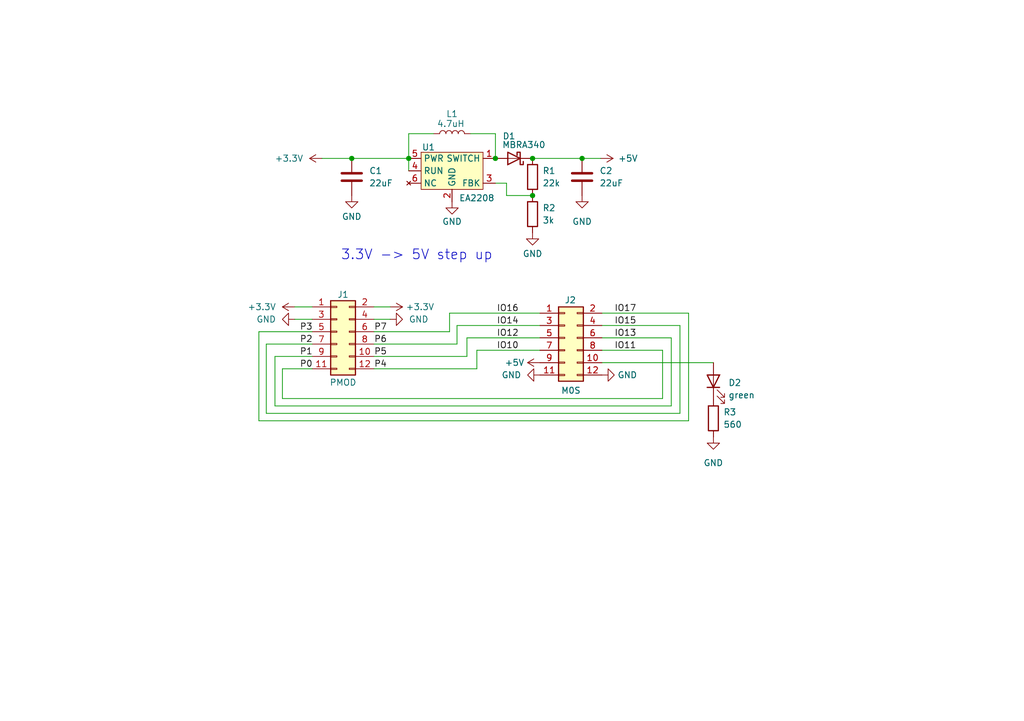
<source format=kicad_sch>
(kicad_sch (version 20230121) (generator eeschema)

  (uuid 485f69e7-2b37-47f8-af05-202440e85ee8)

  (paper "A5")

  (title_block
    (title "M0S DOCK PMOD")
    (date "2024-02-14")
    (rev "V1.0")
  )

  (lib_symbols
    (symbol "Connector_Generic:Conn_02x06_Odd_Even" (pin_names (offset 1.016) hide) (in_bom yes) (on_board yes)
      (property "Reference" "J" (at 1.27 7.62 0)
        (effects (font (size 1.27 1.27)))
      )
      (property "Value" "Conn_02x06_Odd_Even" (at 1.27 -10.16 0)
        (effects (font (size 1.27 1.27)))
      )
      (property "Footprint" "" (at 0 0 0)
        (effects (font (size 1.27 1.27)) hide)
      )
      (property "Datasheet" "~" (at 0 0 0)
        (effects (font (size 1.27 1.27)) hide)
      )
      (property "ki_keywords" "connector" (at 0 0 0)
        (effects (font (size 1.27 1.27)) hide)
      )
      (property "ki_description" "Generic connector, double row, 02x06, odd/even pin numbering scheme (row 1 odd numbers, row 2 even numbers), script generated (kicad-library-utils/schlib/autogen/connector/)" (at 0 0 0)
        (effects (font (size 1.27 1.27)) hide)
      )
      (property "ki_fp_filters" "Connector*:*_2x??_*" (at 0 0 0)
        (effects (font (size 1.27 1.27)) hide)
      )
      (symbol "Conn_02x06_Odd_Even_1_1"
        (rectangle (start -1.27 -7.493) (end 0 -7.747)
          (stroke (width 0.1524) (type default))
          (fill (type none))
        )
        (rectangle (start -1.27 -4.953) (end 0 -5.207)
          (stroke (width 0.1524) (type default))
          (fill (type none))
        )
        (rectangle (start -1.27 -2.413) (end 0 -2.667)
          (stroke (width 0.1524) (type default))
          (fill (type none))
        )
        (rectangle (start -1.27 0.127) (end 0 -0.127)
          (stroke (width 0.1524) (type default))
          (fill (type none))
        )
        (rectangle (start -1.27 2.667) (end 0 2.413)
          (stroke (width 0.1524) (type default))
          (fill (type none))
        )
        (rectangle (start -1.27 5.207) (end 0 4.953)
          (stroke (width 0.1524) (type default))
          (fill (type none))
        )
        (rectangle (start -1.27 6.35) (end 3.81 -8.89)
          (stroke (width 0.254) (type default))
          (fill (type background))
        )
        (rectangle (start 3.81 -7.493) (end 2.54 -7.747)
          (stroke (width 0.1524) (type default))
          (fill (type none))
        )
        (rectangle (start 3.81 -4.953) (end 2.54 -5.207)
          (stroke (width 0.1524) (type default))
          (fill (type none))
        )
        (rectangle (start 3.81 -2.413) (end 2.54 -2.667)
          (stroke (width 0.1524) (type default))
          (fill (type none))
        )
        (rectangle (start 3.81 0.127) (end 2.54 -0.127)
          (stroke (width 0.1524) (type default))
          (fill (type none))
        )
        (rectangle (start 3.81 2.667) (end 2.54 2.413)
          (stroke (width 0.1524) (type default))
          (fill (type none))
        )
        (rectangle (start 3.81 5.207) (end 2.54 4.953)
          (stroke (width 0.1524) (type default))
          (fill (type none))
        )
        (pin passive line (at -5.08 5.08 0) (length 3.81)
          (name "Pin_1" (effects (font (size 1.27 1.27))))
          (number "1" (effects (font (size 1.27 1.27))))
        )
        (pin passive line (at 7.62 -5.08 180) (length 3.81)
          (name "Pin_10" (effects (font (size 1.27 1.27))))
          (number "10" (effects (font (size 1.27 1.27))))
        )
        (pin passive line (at -5.08 -7.62 0) (length 3.81)
          (name "Pin_11" (effects (font (size 1.27 1.27))))
          (number "11" (effects (font (size 1.27 1.27))))
        )
        (pin passive line (at 7.62 -7.62 180) (length 3.81)
          (name "Pin_12" (effects (font (size 1.27 1.27))))
          (number "12" (effects (font (size 1.27 1.27))))
        )
        (pin passive line (at 7.62 5.08 180) (length 3.81)
          (name "Pin_2" (effects (font (size 1.27 1.27))))
          (number "2" (effects (font (size 1.27 1.27))))
        )
        (pin passive line (at -5.08 2.54 0) (length 3.81)
          (name "Pin_3" (effects (font (size 1.27 1.27))))
          (number "3" (effects (font (size 1.27 1.27))))
        )
        (pin passive line (at 7.62 2.54 180) (length 3.81)
          (name "Pin_4" (effects (font (size 1.27 1.27))))
          (number "4" (effects (font (size 1.27 1.27))))
        )
        (pin passive line (at -5.08 0 0) (length 3.81)
          (name "Pin_5" (effects (font (size 1.27 1.27))))
          (number "5" (effects (font (size 1.27 1.27))))
        )
        (pin passive line (at 7.62 0 180) (length 3.81)
          (name "Pin_6" (effects (font (size 1.27 1.27))))
          (number "6" (effects (font (size 1.27 1.27))))
        )
        (pin passive line (at -5.08 -2.54 0) (length 3.81)
          (name "Pin_7" (effects (font (size 1.27 1.27))))
          (number "7" (effects (font (size 1.27 1.27))))
        )
        (pin passive line (at 7.62 -2.54 180) (length 3.81)
          (name "Pin_8" (effects (font (size 1.27 1.27))))
          (number "8" (effects (font (size 1.27 1.27))))
        )
        (pin passive line (at -5.08 -5.08 0) (length 3.81)
          (name "Pin_9" (effects (font (size 1.27 1.27))))
          (number "9" (effects (font (size 1.27 1.27))))
        )
      )
    )
    (symbol "Device:C" (pin_numbers hide) (pin_names (offset 0.254)) (in_bom yes) (on_board yes)
      (property "Reference" "C" (at 0.635 2.54 0)
        (effects (font (size 1.27 1.27)) (justify left))
      )
      (property "Value" "C" (at 0.635 -2.54 0)
        (effects (font (size 1.27 1.27)) (justify left))
      )
      (property "Footprint" "" (at 0.9652 -3.81 0)
        (effects (font (size 1.27 1.27)) hide)
      )
      (property "Datasheet" "~" (at 0 0 0)
        (effects (font (size 1.27 1.27)) hide)
      )
      (property "ki_keywords" "cap capacitor" (at 0 0 0)
        (effects (font (size 1.27 1.27)) hide)
      )
      (property "ki_description" "Unpolarized capacitor" (at 0 0 0)
        (effects (font (size 1.27 1.27)) hide)
      )
      (property "ki_fp_filters" "C_*" (at 0 0 0)
        (effects (font (size 1.27 1.27)) hide)
      )
      (symbol "C_0_1"
        (polyline
          (pts
            (xy -2.032 -0.762)
            (xy 2.032 -0.762)
          )
          (stroke (width 0.508) (type default))
          (fill (type none))
        )
        (polyline
          (pts
            (xy -2.032 0.762)
            (xy 2.032 0.762)
          )
          (stroke (width 0.508) (type default))
          (fill (type none))
        )
      )
      (symbol "C_1_1"
        (pin passive line (at 0 3.81 270) (length 2.794)
          (name "~" (effects (font (size 1.27 1.27))))
          (number "1" (effects (font (size 1.27 1.27))))
        )
        (pin passive line (at 0 -3.81 90) (length 2.794)
          (name "~" (effects (font (size 1.27 1.27))))
          (number "2" (effects (font (size 1.27 1.27))))
        )
      )
    )
    (symbol "Device:L" (pin_numbers hide) (pin_names (offset 1.016) hide) (in_bom yes) (on_board yes)
      (property "Reference" "L" (at -1.27 0 90)
        (effects (font (size 1.27 1.27)))
      )
      (property "Value" "L" (at 1.905 0 90)
        (effects (font (size 1.27 1.27)))
      )
      (property "Footprint" "" (at 0 0 0)
        (effects (font (size 1.27 1.27)) hide)
      )
      (property "Datasheet" "~" (at 0 0 0)
        (effects (font (size 1.27 1.27)) hide)
      )
      (property "ki_keywords" "inductor choke coil reactor magnetic" (at 0 0 0)
        (effects (font (size 1.27 1.27)) hide)
      )
      (property "ki_description" "Inductor" (at 0 0 0)
        (effects (font (size 1.27 1.27)) hide)
      )
      (property "ki_fp_filters" "Choke_* *Coil* Inductor_* L_*" (at 0 0 0)
        (effects (font (size 1.27 1.27)) hide)
      )
      (symbol "L_0_1"
        (arc (start 0 -2.54) (mid 0.6323 -1.905) (end 0 -1.27)
          (stroke (width 0) (type default))
          (fill (type none))
        )
        (arc (start 0 -1.27) (mid 0.6323 -0.635) (end 0 0)
          (stroke (width 0) (type default))
          (fill (type none))
        )
        (arc (start 0 0) (mid 0.6323 0.635) (end 0 1.27)
          (stroke (width 0) (type default))
          (fill (type none))
        )
        (arc (start 0 1.27) (mid 0.6323 1.905) (end 0 2.54)
          (stroke (width 0) (type default))
          (fill (type none))
        )
      )
      (symbol "L_1_1"
        (pin passive line (at 0 3.81 270) (length 1.27)
          (name "1" (effects (font (size 1.27 1.27))))
          (number "1" (effects (font (size 1.27 1.27))))
        )
        (pin passive line (at 0 -3.81 90) (length 1.27)
          (name "2" (effects (font (size 1.27 1.27))))
          (number "2" (effects (font (size 1.27 1.27))))
        )
      )
    )
    (symbol "Device:LED" (pin_numbers hide) (pin_names (offset 1.016) hide) (in_bom yes) (on_board yes)
      (property "Reference" "D" (at 0 2.54 0)
        (effects (font (size 1.27 1.27)))
      )
      (property "Value" "LED" (at 0 -2.54 0)
        (effects (font (size 1.27 1.27)))
      )
      (property "Footprint" "" (at 0 0 0)
        (effects (font (size 1.27 1.27)) hide)
      )
      (property "Datasheet" "~" (at 0 0 0)
        (effects (font (size 1.27 1.27)) hide)
      )
      (property "ki_keywords" "LED diode" (at 0 0 0)
        (effects (font (size 1.27 1.27)) hide)
      )
      (property "ki_description" "Light emitting diode" (at 0 0 0)
        (effects (font (size 1.27 1.27)) hide)
      )
      (property "ki_fp_filters" "LED* LED_SMD:* LED_THT:*" (at 0 0 0)
        (effects (font (size 1.27 1.27)) hide)
      )
      (symbol "LED_0_1"
        (polyline
          (pts
            (xy -1.27 -1.27)
            (xy -1.27 1.27)
          )
          (stroke (width 0.254) (type default))
          (fill (type none))
        )
        (polyline
          (pts
            (xy -1.27 0)
            (xy 1.27 0)
          )
          (stroke (width 0) (type default))
          (fill (type none))
        )
        (polyline
          (pts
            (xy 1.27 -1.27)
            (xy 1.27 1.27)
            (xy -1.27 0)
            (xy 1.27 -1.27)
          )
          (stroke (width 0.254) (type default))
          (fill (type none))
        )
        (polyline
          (pts
            (xy -3.048 -0.762)
            (xy -4.572 -2.286)
            (xy -3.81 -2.286)
            (xy -4.572 -2.286)
            (xy -4.572 -1.524)
          )
          (stroke (width 0) (type default))
          (fill (type none))
        )
        (polyline
          (pts
            (xy -1.778 -0.762)
            (xy -3.302 -2.286)
            (xy -2.54 -2.286)
            (xy -3.302 -2.286)
            (xy -3.302 -1.524)
          )
          (stroke (width 0) (type default))
          (fill (type none))
        )
      )
      (symbol "LED_1_1"
        (pin passive line (at -3.81 0 0) (length 2.54)
          (name "K" (effects (font (size 1.27 1.27))))
          (number "1" (effects (font (size 1.27 1.27))))
        )
        (pin passive line (at 3.81 0 180) (length 2.54)
          (name "A" (effects (font (size 1.27 1.27))))
          (number "2" (effects (font (size 1.27 1.27))))
        )
      )
    )
    (symbol "Device:R" (pin_numbers hide) (pin_names (offset 0)) (in_bom yes) (on_board yes)
      (property "Reference" "R" (at 2.032 0 90)
        (effects (font (size 1.27 1.27)))
      )
      (property "Value" "R" (at 0 0 90)
        (effects (font (size 1.27 1.27)))
      )
      (property "Footprint" "" (at -1.778 0 90)
        (effects (font (size 1.27 1.27)) hide)
      )
      (property "Datasheet" "~" (at 0 0 0)
        (effects (font (size 1.27 1.27)) hide)
      )
      (property "ki_keywords" "R res resistor" (at 0 0 0)
        (effects (font (size 1.27 1.27)) hide)
      )
      (property "ki_description" "Resistor" (at 0 0 0)
        (effects (font (size 1.27 1.27)) hide)
      )
      (property "ki_fp_filters" "R_*" (at 0 0 0)
        (effects (font (size 1.27 1.27)) hide)
      )
      (symbol "R_0_1"
        (rectangle (start -1.016 -2.54) (end 1.016 2.54)
          (stroke (width 0.254) (type default))
          (fill (type none))
        )
      )
      (symbol "R_1_1"
        (pin passive line (at 0 3.81 270) (length 1.27)
          (name "~" (effects (font (size 1.27 1.27))))
          (number "1" (effects (font (size 1.27 1.27))))
        )
        (pin passive line (at 0 -3.81 90) (length 1.27)
          (name "~" (effects (font (size 1.27 1.27))))
          (number "2" (effects (font (size 1.27 1.27))))
        )
      )
    )
    (symbol "Diode:MBRA340" (pin_numbers hide) (pin_names hide) (in_bom yes) (on_board yes)
      (property "Reference" "D" (at 0 2.54 0)
        (effects (font (size 1.27 1.27)))
      )
      (property "Value" "MBRA340" (at 0 -2.54 0)
        (effects (font (size 1.27 1.27)))
      )
      (property "Footprint" "Diode_SMD:D_SMA" (at 0 -4.445 0)
        (effects (font (size 1.27 1.27)) hide)
      )
      (property "Datasheet" "https://www.onsemi.com/pub/Collateral/MBRA340T3-D.PDF" (at 0 0 0)
        (effects (font (size 1.27 1.27)) hide)
      )
      (property "ki_keywords" "diode Schottky" (at 0 0 0)
        (effects (font (size 1.27 1.27)) hide)
      )
      (property "ki_description" "40V 3A Schottky Barrier Rectifier Diode, SMA(DO-214AC)" (at 0 0 0)
        (effects (font (size 1.27 1.27)) hide)
      )
      (property "ki_fp_filters" "D*SMA*" (at 0 0 0)
        (effects (font (size 1.27 1.27)) hide)
      )
      (symbol "MBRA340_0_1"
        (polyline
          (pts
            (xy 1.27 0)
            (xy -1.27 0)
          )
          (stroke (width 0) (type default))
          (fill (type none))
        )
        (polyline
          (pts
            (xy 1.27 1.27)
            (xy 1.27 -1.27)
            (xy -1.27 0)
            (xy 1.27 1.27)
          )
          (stroke (width 0.254) (type default))
          (fill (type none))
        )
        (polyline
          (pts
            (xy -1.905 0.635)
            (xy -1.905 1.27)
            (xy -1.27 1.27)
            (xy -1.27 -1.27)
            (xy -0.635 -1.27)
            (xy -0.635 -0.635)
          )
          (stroke (width 0.254) (type default))
          (fill (type none))
        )
      )
      (symbol "MBRA340_1_1"
        (pin passive line (at -3.81 0 0) (length 2.54)
          (name "K" (effects (font (size 1.27 1.27))))
          (number "1" (effects (font (size 1.27 1.27))))
        )
        (pin passive line (at 3.81 0 180) (length 2.54)
          (name "A" (effects (font (size 1.27 1.27))))
          (number "2" (effects (font (size 1.27 1.27))))
        )
      )
    )
    (symbol "ea2208:ea2208" (in_bom yes) (on_board yes)
      (property "Reference" "U" (at 0 5.08 0)
        (effects (font (size 1.27 1.27)))
      )
      (property "Value" "" (at -17.78 12.7 0)
        (effects (font (size 1.27 1.27)))
      )
      (property "Footprint" "" (at -17.78 12.7 0)
        (effects (font (size 1.27 1.27)) hide)
      )
      (property "Datasheet" "" (at -17.78 12.7 0)
        (effects (font (size 1.27 1.27)) hide)
      )
      (symbol "ea2208_1_1"
        (rectangle (start -6.35 3.81) (end 6.35 -3.81)
          (stroke (width 0) (type default))
          (fill (type background))
        )
        (pin power_out line (at 8.89 2.54 180) (length 2.54)
          (name "SWITCH" (effects (font (size 1.27 1.27))))
          (number "1" (effects (font (size 1.27 1.27))))
        )
        (pin power_in line (at 0 -6.35 90) (length 2.54)
          (name "GND" (effects (font (size 1.27 1.27))))
          (number "2" (effects (font (size 1.27 1.27))))
        )
        (pin input line (at 8.89 -2.54 180) (length 2.54)
          (name "FBK" (effects (font (size 1.27 1.27))))
          (number "3" (effects (font (size 1.27 1.27))))
        )
        (pin input line (at -8.89 0 0) (length 2.54)
          (name "RUN" (effects (font (size 1.27 1.27))))
          (number "4" (effects (font (size 1.27 1.27))))
        )
        (pin power_in line (at -8.89 2.54 0) (length 2.54)
          (name "PWR" (effects (font (size 1.27 1.27))))
          (number "5" (effects (font (size 1.27 1.27))))
        )
        (pin no_connect line (at -8.89 -2.54 0) (length 2.54)
          (name "NC" (effects (font (size 1.27 1.27))))
          (number "6" (effects (font (size 1.27 1.27))))
        )
      )
    )
    (symbol "power:+3.3V" (power) (pin_names (offset 0)) (in_bom yes) (on_board yes)
      (property "Reference" "#PWR" (at 0 -3.81 0)
        (effects (font (size 1.27 1.27)) hide)
      )
      (property "Value" "+3.3V" (at 0 3.556 0)
        (effects (font (size 1.27 1.27)))
      )
      (property "Footprint" "" (at 0 0 0)
        (effects (font (size 1.27 1.27)) hide)
      )
      (property "Datasheet" "" (at 0 0 0)
        (effects (font (size 1.27 1.27)) hide)
      )
      (property "ki_keywords" "global power" (at 0 0 0)
        (effects (font (size 1.27 1.27)) hide)
      )
      (property "ki_description" "Power symbol creates a global label with name \"+3.3V\"" (at 0 0 0)
        (effects (font (size 1.27 1.27)) hide)
      )
      (symbol "+3.3V_0_1"
        (polyline
          (pts
            (xy -0.762 1.27)
            (xy 0 2.54)
          )
          (stroke (width 0) (type default))
          (fill (type none))
        )
        (polyline
          (pts
            (xy 0 0)
            (xy 0 2.54)
          )
          (stroke (width 0) (type default))
          (fill (type none))
        )
        (polyline
          (pts
            (xy 0 2.54)
            (xy 0.762 1.27)
          )
          (stroke (width 0) (type default))
          (fill (type none))
        )
      )
      (symbol "+3.3V_1_1"
        (pin power_in line (at 0 0 90) (length 0) hide
          (name "+3.3V" (effects (font (size 1.27 1.27))))
          (number "1" (effects (font (size 1.27 1.27))))
        )
      )
    )
    (symbol "power:+5V" (power) (pin_names (offset 0)) (in_bom yes) (on_board yes)
      (property "Reference" "#PWR" (at 0 -3.81 0)
        (effects (font (size 1.27 1.27)) hide)
      )
      (property "Value" "+5V" (at 0 3.556 0)
        (effects (font (size 1.27 1.27)))
      )
      (property "Footprint" "" (at 0 0 0)
        (effects (font (size 1.27 1.27)) hide)
      )
      (property "Datasheet" "" (at 0 0 0)
        (effects (font (size 1.27 1.27)) hide)
      )
      (property "ki_keywords" "global power" (at 0 0 0)
        (effects (font (size 1.27 1.27)) hide)
      )
      (property "ki_description" "Power symbol creates a global label with name \"+5V\"" (at 0 0 0)
        (effects (font (size 1.27 1.27)) hide)
      )
      (symbol "+5V_0_1"
        (polyline
          (pts
            (xy -0.762 1.27)
            (xy 0 2.54)
          )
          (stroke (width 0) (type default))
          (fill (type none))
        )
        (polyline
          (pts
            (xy 0 0)
            (xy 0 2.54)
          )
          (stroke (width 0) (type default))
          (fill (type none))
        )
        (polyline
          (pts
            (xy 0 2.54)
            (xy 0.762 1.27)
          )
          (stroke (width 0) (type default))
          (fill (type none))
        )
      )
      (symbol "+5V_1_1"
        (pin power_in line (at 0 0 90) (length 0) hide
          (name "+5V" (effects (font (size 1.27 1.27))))
          (number "1" (effects (font (size 1.27 1.27))))
        )
      )
    )
    (symbol "power:GND" (power) (pin_names (offset 0)) (in_bom yes) (on_board yes)
      (property "Reference" "#PWR" (at 0 -6.35 0)
        (effects (font (size 1.27 1.27)) hide)
      )
      (property "Value" "GND" (at 0 -3.81 0)
        (effects (font (size 1.27 1.27)))
      )
      (property "Footprint" "" (at 0 0 0)
        (effects (font (size 1.27 1.27)) hide)
      )
      (property "Datasheet" "" (at 0 0 0)
        (effects (font (size 1.27 1.27)) hide)
      )
      (property "ki_keywords" "global power" (at 0 0 0)
        (effects (font (size 1.27 1.27)) hide)
      )
      (property "ki_description" "Power symbol creates a global label with name \"GND\" , ground" (at 0 0 0)
        (effects (font (size 1.27 1.27)) hide)
      )
      (symbol "GND_0_1"
        (polyline
          (pts
            (xy 0 0)
            (xy 0 -1.27)
            (xy 1.27 -1.27)
            (xy 0 -2.54)
            (xy -1.27 -1.27)
            (xy 0 -1.27)
          )
          (stroke (width 0) (type default))
          (fill (type none))
        )
      )
      (symbol "GND_1_1"
        (pin power_in line (at 0 0 270) (length 0) hide
          (name "GND" (effects (font (size 1.27 1.27))))
          (number "1" (effects (font (size 1.27 1.27))))
        )
      )
    )
  )

  (junction (at 109.22 40.132) (diameter 0) (color 0 0 0 0)
    (uuid 1e992e19-800a-4323-b199-ca453c856990)
  )
  (junction (at 101.6 32.512) (diameter 0) (color 0 0 0 0)
    (uuid 2847e500-a841-44cd-a755-286f4fecb00d)
  )
  (junction (at 109.22 32.512) (diameter 0) (color 0 0 0 0)
    (uuid 781e9a07-d54b-4a15-b454-ba3622bb27f9)
  )
  (junction (at 83.82 32.512) (diameter 0) (color 0 0 0 0)
    (uuid ae6bf8cf-d329-4f5d-a7b2-ce535d8b9cb6)
  )
  (junction (at 72.136 32.512) (diameter 0) (color 0 0 0 0)
    (uuid aef249da-227f-465f-a6d6-5216c7744095)
  )
  (junction (at 119.38 32.512) (diameter 0) (color 0 0 0 0)
    (uuid b713525d-4a2c-4d50-90e5-642b1aca9a63)
  )

  (wire (pts (xy 95.758 69.342) (xy 110.744 69.342))
    (stroke (width 0) (type default))
    (uuid 0517a8f5-09a1-4763-b4ad-e0d988ad9ae9)
  )
  (wire (pts (xy 57.912 81.788) (xy 57.912 75.692))
    (stroke (width 0) (type default))
    (uuid 1a6f6fe7-c8a2-4181-a44d-967ce9086116)
  )
  (wire (pts (xy 76.708 70.612) (xy 93.726 70.612))
    (stroke (width 0) (type default))
    (uuid 25912729-775f-4486-903d-2df684254e33)
  )
  (wire (pts (xy 137.668 69.342) (xy 137.668 83.312))
    (stroke (width 0) (type default))
    (uuid 2649ec37-669f-4fa6-b3fe-9c4962499b2c)
  )
  (wire (pts (xy 57.912 75.692) (xy 64.008 75.692))
    (stroke (width 0) (type default))
    (uuid 2b2ae979-21f9-4e62-aeed-f2e0f4ad5348)
  )
  (wire (pts (xy 66.04 32.512) (xy 72.136 32.512))
    (stroke (width 0) (type default))
    (uuid 2c0849bf-5f5e-4ead-90fa-9543fea417f9)
  )
  (wire (pts (xy 60.452 65.532) (xy 64.008 65.532))
    (stroke (width 0) (type default))
    (uuid 2d71e591-f11c-4a83-bfff-79841776c5ae)
  )
  (wire (pts (xy 92.202 64.262) (xy 110.744 64.262))
    (stroke (width 0) (type default))
    (uuid 2dd79adb-038d-4796-be6e-91252cf6d3c9)
  )
  (wire (pts (xy 109.22 32.512) (xy 119.38 32.512))
    (stroke (width 0) (type default))
    (uuid 2eaef4ed-9499-481b-a371-833874068b8a)
  )
  (wire (pts (xy 139.446 66.802) (xy 139.446 84.836))
    (stroke (width 0) (type default))
    (uuid 37d7357d-1eae-41b5-854b-64b34137e55e)
  )
  (wire (pts (xy 135.89 81.788) (xy 57.912 81.788))
    (stroke (width 0) (type default))
    (uuid 48d8803e-f730-4076-b021-69bb8b7f0c4b)
  )
  (wire (pts (xy 97.79 75.692) (xy 97.79 71.882))
    (stroke (width 0) (type default))
    (uuid 4f13870d-6396-40eb-bd91-942b1defa1e2)
  )
  (wire (pts (xy 83.82 32.512) (xy 83.82 35.052))
    (stroke (width 0) (type default))
    (uuid 522fdf81-1a97-43e5-87af-af6891199406)
  )
  (wire (pts (xy 76.708 68.072) (xy 92.202 68.072))
    (stroke (width 0) (type default))
    (uuid 57e5e21c-8f4d-40c8-8d9b-8ef21b2d70ff)
  )
  (wire (pts (xy 135.89 71.882) (xy 135.89 81.788))
    (stroke (width 0) (type default))
    (uuid 5a8c8a22-9f2a-487c-affe-913187c0a9e0)
  )
  (wire (pts (xy 54.61 70.612) (xy 64.008 70.612))
    (stroke (width 0) (type default))
    (uuid 6c4494d2-f39c-45f8-9905-3471025a0d7b)
  )
  (wire (pts (xy 93.726 66.802) (xy 110.744 66.802))
    (stroke (width 0) (type default))
    (uuid 6d43f359-c34c-4645-af0c-a120c94f1af7)
  )
  (wire (pts (xy 137.668 83.312) (xy 56.388 83.312))
    (stroke (width 0) (type default))
    (uuid 7987711f-1fb6-4295-acac-9b5b9677b377)
  )
  (wire (pts (xy 141.224 86.36) (xy 53.086 86.36))
    (stroke (width 0) (type default))
    (uuid 7c733ccc-640d-4c49-8d58-07f189c41506)
  )
  (wire (pts (xy 139.446 84.836) (xy 54.61 84.836))
    (stroke (width 0) (type default))
    (uuid 7f9a1488-cd2f-4bde-ae3c-a4297c791777)
  )
  (wire (pts (xy 56.388 83.312) (xy 56.388 73.152))
    (stroke (width 0) (type default))
    (uuid 802bd845-9bc6-46f3-959c-0cf2b63fc036)
  )
  (wire (pts (xy 119.38 32.512) (xy 123.19 32.512))
    (stroke (width 0) (type default))
    (uuid 8156f9ed-515d-4e3b-b71e-690368051c1d)
  )
  (wire (pts (xy 72.136 32.512) (xy 83.82 32.512))
    (stroke (width 0) (type default))
    (uuid 84b5a18b-3fd7-495f-92de-be6885aa8aa3)
  )
  (wire (pts (xy 123.444 64.262) (xy 141.224 64.262))
    (stroke (width 0) (type default))
    (uuid 84ee5f12-e705-44b9-a009-e22d6f461308)
  )
  (wire (pts (xy 80.01 65.532) (xy 76.708 65.532))
    (stroke (width 0) (type default))
    (uuid 8eca16b5-a94e-4d7b-a907-7056fcb7d918)
  )
  (wire (pts (xy 56.388 73.152) (xy 64.008 73.152))
    (stroke (width 0) (type default))
    (uuid 95275693-c95d-4c44-94e2-de44ce30427f)
  )
  (wire (pts (xy 103.886 40.132) (xy 109.22 40.132))
    (stroke (width 0) (type default))
    (uuid 9f3c75e4-f669-4f87-af3f-b7b46da6b504)
  )
  (wire (pts (xy 76.708 73.152) (xy 95.758 73.152))
    (stroke (width 0) (type default))
    (uuid 9f484aec-4ca4-467e-83d6-8e922fe568ae)
  )
  (wire (pts (xy 123.444 69.342) (xy 137.668 69.342))
    (stroke (width 0) (type default))
    (uuid 9fff7a6d-0b48-4e7f-ae22-e0fd58695caf)
  )
  (wire (pts (xy 123.444 66.802) (xy 139.446 66.802))
    (stroke (width 0) (type default))
    (uuid a6b7e796-a132-4cda-b238-75938eb27f7d)
  )
  (wire (pts (xy 96.52 27.432) (xy 101.6 27.432))
    (stroke (width 0) (type default))
    (uuid b32adbd1-4f12-4a34-b025-6b4f21478de0)
  )
  (wire (pts (xy 83.82 27.432) (xy 83.82 32.512))
    (stroke (width 0) (type default))
    (uuid b435c56c-e927-41b3-bbdf-461215a655b4)
  )
  (wire (pts (xy 92.202 68.072) (xy 92.202 64.262))
    (stroke (width 0) (type default))
    (uuid ba464401-3474-4e32-8165-758ccd51d072)
  )
  (wire (pts (xy 141.224 64.262) (xy 141.224 86.36))
    (stroke (width 0) (type default))
    (uuid d14df398-50b3-48f5-84c8-7227ced68713)
  )
  (wire (pts (xy 103.886 37.592) (xy 103.886 40.132))
    (stroke (width 0) (type default))
    (uuid d1642187-646f-49ee-87bf-e39f65a3773c)
  )
  (wire (pts (xy 80.01 62.992) (xy 76.708 62.992))
    (stroke (width 0) (type default))
    (uuid d649f287-6431-494e-887a-af7264890217)
  )
  (wire (pts (xy 95.758 73.152) (xy 95.758 69.342))
    (stroke (width 0) (type default))
    (uuid d64f9f98-7516-469e-84db-0e5357675ed8)
  )
  (wire (pts (xy 54.61 84.836) (xy 54.61 70.612))
    (stroke (width 0) (type default))
    (uuid d91b73d3-d34a-45ec-a260-03373cb5d41b)
  )
  (wire (pts (xy 53.086 86.36) (xy 53.086 68.072))
    (stroke (width 0) (type default))
    (uuid e0192510-1b2e-442a-be50-392312c00a6b)
  )
  (wire (pts (xy 101.6 27.432) (xy 101.6 32.512))
    (stroke (width 0) (type default))
    (uuid e208be5f-a6df-44de-8377-ac686c963163)
  )
  (wire (pts (xy 53.086 68.072) (xy 64.008 68.072))
    (stroke (width 0) (type default))
    (uuid e59d0bb3-0216-452d-aefe-79b11ce0a8d2)
  )
  (wire (pts (xy 101.6 37.592) (xy 103.886 37.592))
    (stroke (width 0) (type default))
    (uuid ed7377ca-11ff-49ea-9f59-e586a9a22866)
  )
  (wire (pts (xy 60.452 62.992) (xy 64.008 62.992))
    (stroke (width 0) (type default))
    (uuid eef0ee2e-8151-4593-bd26-8886002d3970)
  )
  (wire (pts (xy 97.79 71.882) (xy 110.744 71.882))
    (stroke (width 0) (type default))
    (uuid f0d57903-eef3-4d05-a2a1-04b623129ffe)
  )
  (wire (pts (xy 88.9 27.432) (xy 83.82 27.432))
    (stroke (width 0) (type default))
    (uuid f285784c-ff63-4a94-9e4f-fb53f9fc4189)
  )
  (wire (pts (xy 93.726 70.612) (xy 93.726 66.802))
    (stroke (width 0) (type default))
    (uuid f597a6f3-b584-4844-92df-1cbb804710e0)
  )
  (wire (pts (xy 76.708 75.692) (xy 97.79 75.692))
    (stroke (width 0) (type default))
    (uuid f5dd219b-9afe-4c09-8f05-a541a04487f7)
  )
  (wire (pts (xy 123.444 74.422) (xy 146.304 74.422))
    (stroke (width 0) (type default))
    (uuid f5edc457-9e8e-4b03-9b2a-b4bd2b05b1c5)
  )
  (wire (pts (xy 123.444 71.882) (xy 135.89 71.882))
    (stroke (width 0) (type default))
    (uuid fae8cd8d-b321-465e-9b32-26e068c2d50a)
  )

  (text "3.3V -> 5V step up" (at 69.85 53.594 0)
    (effects (font (size 2 2)) (justify left bottom))
    (uuid eae26b28-07b2-499e-a859-b46e7cdd11b5)
  )

  (label "IO14" (at 101.854 66.802 0) (fields_autoplaced)
    (effects (font (size 1.27 1.27)) (justify left bottom))
    (uuid 0139b704-dbf2-4dd6-b59a-edeadb7698a9)
  )
  (label "IO11" (at 125.984 71.882 0) (fields_autoplaced)
    (effects (font (size 1.27 1.27)) (justify left bottom))
    (uuid 12dfd314-de52-4fe4-9a44-9f6fdf983179)
  )
  (label "P0" (at 61.468 75.692 0) (fields_autoplaced)
    (effects (font (size 1.27 1.27)) (justify left bottom))
    (uuid 1531fc28-5ea5-4c78-b327-e50e2fca34fd)
  )
  (label "P1" (at 61.468 73.152 0) (fields_autoplaced)
    (effects (font (size 1.27 1.27)) (justify left bottom))
    (uuid 1c6ab633-949e-4e87-b60f-8b0703bc3ced)
  )
  (label "P3" (at 61.468 68.072 0) (fields_autoplaced)
    (effects (font (size 1.27 1.27)) (justify left bottom))
    (uuid 244a8dde-21b8-466e-8027-60937973a76e)
  )
  (label "IO16" (at 101.854 64.262 0) (fields_autoplaced)
    (effects (font (size 1.27 1.27)) (justify left bottom))
    (uuid 2f88cb77-773c-43c0-8b9a-2e7625b3307a)
  )
  (label "P7" (at 76.708 68.072 0) (fields_autoplaced)
    (effects (font (size 1.27 1.27)) (justify left bottom))
    (uuid 349a97ae-b09b-4f44-b430-52eb9b07284c)
  )
  (label "P4" (at 76.708 75.692 0) (fields_autoplaced)
    (effects (font (size 1.27 1.27)) (justify left bottom))
    (uuid 58d95deb-9d0c-4dc4-ae01-6c3aa3e53460)
  )
  (label "P6" (at 76.708 70.612 0) (fields_autoplaced)
    (effects (font (size 1.27 1.27)) (justify left bottom))
    (uuid 980dc1a2-9c26-48e2-b5bc-ae1e659ef4e9)
  )
  (label "IO17" (at 125.984 64.262 0) (fields_autoplaced)
    (effects (font (size 1.27 1.27)) (justify left bottom))
    (uuid bfd7004a-0419-482d-a04a-a6b3e9b0be73)
  )
  (label "P2" (at 61.468 70.612 0) (fields_autoplaced)
    (effects (font (size 1.27 1.27)) (justify left bottom))
    (uuid c0cfd248-3492-4693-b770-1bc3524c2c46)
  )
  (label "IO10" (at 101.854 71.882 0) (fields_autoplaced)
    (effects (font (size 1.27 1.27)) (justify left bottom))
    (uuid c135f7a4-26d0-447c-970e-18741d73eda3)
  )
  (label "IO12" (at 101.854 69.342 0) (fields_autoplaced)
    (effects (font (size 1.27 1.27)) (justify left bottom))
    (uuid c4d9d170-e405-4e1c-959c-0a2f38c8f87c)
  )
  (label "P5" (at 76.708 73.152 0) (fields_autoplaced)
    (effects (font (size 1.27 1.27)) (justify left bottom))
    (uuid cf29b4c0-3804-4bfa-b2a3-adb0e05fe0d2)
  )
  (label "IO15" (at 125.984 66.802 0) (fields_autoplaced)
    (effects (font (size 1.27 1.27)) (justify left bottom))
    (uuid e12ea576-86d1-4e55-b6e1-ebae5f3c6454)
  )
  (label "IO13" (at 125.984 69.342 0) (fields_autoplaced)
    (effects (font (size 1.27 1.27)) (justify left bottom))
    (uuid fb0a4c73-0188-4245-b183-c923b14bd24e)
  )

  (symbol (lib_id "power:+3.3V") (at 66.04 32.512 90) (unit 1)
    (in_bom yes) (on_board yes) (dnp no) (fields_autoplaced)
    (uuid 02c73f9d-3b66-4e4a-ba1a-00ec0d5adfd5)
    (property "Reference" "#PWR011" (at 69.85 32.512 0)
      (effects (font (size 1.27 1.27)) hide)
    )
    (property "Value" "+3.3V" (at 62.23 32.512 90)
      (effects (font (size 1.27 1.27)) (justify left))
    )
    (property "Footprint" "" (at 66.04 32.512 0)
      (effects (font (size 1.27 1.27)) hide)
    )
    (property "Datasheet" "" (at 66.04 32.512 0)
      (effects (font (size 1.27 1.27)) hide)
    )
    (pin "1" (uuid a3a571ff-af99-4e9b-a9d5-8f517f90c45f))
    (instances
      (project "m0s_pmod"
        (path "/485f69e7-2b37-47f8-af05-202440e85ee8"
          (reference "#PWR011") (unit 1)
        )
      )
    )
  )

  (symbol (lib_id "Connector_Generic:Conn_02x06_Odd_Even") (at 69.088 68.072 0) (unit 1)
    (in_bom yes) (on_board yes) (dnp no)
    (uuid 039dd6f6-e3bb-4ddb-bb56-4068e31e7260)
    (property "Reference" "J1" (at 70.358 60.452 0)
      (effects (font (size 1.27 1.27)))
    )
    (property "Value" "PMOD" (at 70.358 78.486 0)
      (effects (font (size 1.27 1.27)))
    )
    (property "Footprint" "Connector_PinHeader_2.54mm:PinHeader_2x06_P2.54mm_Horizontal" (at 69.088 68.072 0)
      (effects (font (size 1.27 1.27)) hide)
    )
    (property "Datasheet" "~" (at 69.088 68.072 0)
      (effects (font (size 1.27 1.27)) hide)
    )
    (property "JLCPCB Position Offset" "-6.35,-1.5" (at 69.088 68.072 0)
      (effects (font (size 1.27 1.27)) hide)
    )
    (property "JLCPCB Rotation Offset" "90" (at 69.088 68.072 0)
      (effects (font (size 1.27 1.27)) hide)
    )
    (property "LCSC Part #" "C2911299" (at 69.088 68.072 0)
      (effects (font (size 1.27 1.27)) hide)
    )
    (pin "8" (uuid 2e22f310-c708-4a4d-8774-93c4e9f9fad4))
    (pin "1" (uuid 2d0292fa-f081-4e0e-8036-a99d43a318c7))
    (pin "3" (uuid da86702a-fcbb-4a04-b3b9-e104db18dea2))
    (pin "7" (uuid 8b28dc32-182d-4925-b2a7-06c8cca01ce2))
    (pin "6" (uuid 6f012c59-793a-4608-a8e9-f73bba1a1611))
    (pin "9" (uuid db8a0cbd-6837-4379-8e41-4cb4cde5f77d))
    (pin "10" (uuid 60f0d2a1-3b55-42a7-aa87-b53ba71471dd))
    (pin "5" (uuid 4a7819e2-2597-4ac8-a0d8-068d33d6ddd8))
    (pin "11" (uuid 25fd1a29-838d-493e-874d-5ab8e3abdea4))
    (pin "4" (uuid d500b388-5ce9-44a0-bfd9-76e87ae74e09))
    (pin "12" (uuid 6bec0e09-456c-427b-957a-e74ff8ad9214))
    (pin "2" (uuid befbacef-5bb1-4cf7-9e4d-5f64ed942923))
    (instances
      (project "m0s_pmod"
        (path "/485f69e7-2b37-47f8-af05-202440e85ee8"
          (reference "J1") (unit 1)
        )
      )
    )
  )

  (symbol (lib_id "Diode:MBRA340") (at 105.41 32.512 180) (unit 1)
    (in_bom yes) (on_board yes) (dnp no)
    (uuid 09d17825-22d3-48f6-84fa-69c2deaafd06)
    (property "Reference" "D1" (at 104.394 27.94 0)
      (effects (font (size 1.27 1.27)))
    )
    (property "Value" "MBRA340" (at 107.442 29.718 0)
      (effects (font (size 1.27 1.27)))
    )
    (property "Footprint" "Diode_SMD:D_SMA" (at 105.41 28.067 0)
      (effects (font (size 1.27 1.27)) hide)
    )
    (property "Datasheet" "https://www.onsemi.com/pub/Collateral/MBRA340T3-D.PDF" (at 105.41 32.512 0)
      (effects (font (size 1.27 1.27)) hide)
    )
    (property "LCSC Part #" " C5140034" (at 105.41 32.512 0)
      (effects (font (size 1.27 1.27)) hide)
    )
    (pin "1" (uuid 21b5f9c6-c073-4518-90c7-a832ae383f36))
    (pin "2" (uuid 7c7b8cce-f307-4ab2-a4ae-7c5bf14e0c36))
    (instances
      (project "m0s_pmod"
        (path "/485f69e7-2b37-47f8-af05-202440e85ee8"
          (reference "D1") (unit 1)
        )
      )
    )
  )

  (symbol (lib_id "power:+3.3V") (at 60.452 62.992 90) (unit 1)
    (in_bom yes) (on_board yes) (dnp no) (fields_autoplaced)
    (uuid 118fce5d-7c1b-4531-8da9-0e2997c02b63)
    (property "Reference" "#PWR07" (at 64.262 62.992 0)
      (effects (font (size 1.27 1.27)) hide)
    )
    (property "Value" "+3.3V" (at 56.642 62.992 90)
      (effects (font (size 1.27 1.27)) (justify left))
    )
    (property "Footprint" "" (at 60.452 62.992 0)
      (effects (font (size 1.27 1.27)) hide)
    )
    (property "Datasheet" "" (at 60.452 62.992 0)
      (effects (font (size 1.27 1.27)) hide)
    )
    (pin "1" (uuid d71089b0-d2e5-46db-8541-81fa9445a287))
    (instances
      (project "m0s_pmod"
        (path "/485f69e7-2b37-47f8-af05-202440e85ee8"
          (reference "#PWR07") (unit 1)
        )
      )
    )
  )

  (symbol (lib_id "Connector_Generic:Conn_02x06_Odd_Even") (at 115.824 69.342 0) (unit 1)
    (in_bom yes) (on_board yes) (dnp no)
    (uuid 16fbc960-ede9-4378-8a59-18bf5d3c81aa)
    (property "Reference" "J2" (at 116.967 61.595 0)
      (effects (font (size 1.27 1.27)))
    )
    (property "Value" "M0S" (at 117.094 80.137 0)
      (effects (font (size 1.27 1.27)))
    )
    (property "Footprint" "Connector_PinSocket_2.54mm:PinSocket_2x06_P2.54mm_Horizontal" (at 115.824 69.342 0)
      (effects (font (size 1.27 1.27)) hide)
    )
    (property "Datasheet" "~" (at 115.824 69.342 0)
      (effects (font (size 1.27 1.27)) hide)
    )
    (property "JLCPCB Position Offset" "6.35,-1.5" (at 115.824 69.342 0)
      (effects (font (size 1.27 1.27)) hide)
    )
    (property "JLCPCB Rotation Offset" "-90" (at 115.824 69.342 0)
      (effects (font (size 1.27 1.27)) hide)
    )
    (property "LCSC Part #" "C5333437" (at 115.824 69.342 0)
      (effects (font (size 1.27 1.27)) hide)
    )
    (pin "5" (uuid c4fc07e5-9244-4b66-b842-62dd4eec126c))
    (pin "8" (uuid 5a313b20-c326-457b-a7ff-889168572500))
    (pin "9" (uuid 5295d19c-3817-4c7d-9710-a91d9b2180e9))
    (pin "7" (uuid 5a09c00f-6664-4def-b2e7-f58fc2104e53))
    (pin "3" (uuid 00fb6d39-85a0-40f2-b0c3-4c9194995fd7))
    (pin "11" (uuid c1884c47-674f-40f8-bdce-750640eb3924))
    (pin "2" (uuid dcd415cb-3c3d-42b3-b02e-c77726eef655))
    (pin "12" (uuid 0c15d390-348d-4840-ae60-dbb8986c1637))
    (pin "10" (uuid ec0feda6-0f07-4fce-94c0-9aa15c2a8d1d))
    (pin "1" (uuid 7c4f3988-1678-4598-8621-ecd71a1920aa))
    (pin "4" (uuid 06acfdb8-99b2-44a7-bcb7-349fafe81d9d))
    (pin "6" (uuid 6327d6db-52db-4078-ac3c-316bd91e4bf3))
    (instances
      (project "m0s_pmod"
        (path "/485f69e7-2b37-47f8-af05-202440e85ee8"
          (reference "J2") (unit 1)
        )
      )
    )
  )

  (symbol (lib_id "power:GND") (at 123.444 76.962 90) (unit 1)
    (in_bom yes) (on_board yes) (dnp no) (fields_autoplaced)
    (uuid 3426fef3-3aea-45bc-b319-8c7223a7d5cc)
    (property "Reference" "#PWR01" (at 129.794 76.962 0)
      (effects (font (size 1.27 1.27)) hide)
    )
    (property "Value" "GND" (at 126.619 76.962 90)
      (effects (font (size 1.27 1.27)) (justify right))
    )
    (property "Footprint" "" (at 123.444 76.962 0)
      (effects (font (size 1.27 1.27)) hide)
    )
    (property "Datasheet" "" (at 123.444 76.962 0)
      (effects (font (size 1.27 1.27)) hide)
    )
    (pin "1" (uuid 43a50fbf-16b6-4522-b9e6-33af6523ae8f))
    (instances
      (project "m0s_pmod"
        (path "/485f69e7-2b37-47f8-af05-202440e85ee8"
          (reference "#PWR01") (unit 1)
        )
      )
    )
  )

  (symbol (lib_id "power:GND") (at 60.452 65.532 270) (unit 1)
    (in_bom yes) (on_board yes) (dnp no) (fields_autoplaced)
    (uuid 345f297c-1f57-4b96-b73d-d7c89f3a0141)
    (property "Reference" "#PWR05" (at 54.102 65.532 0)
      (effects (font (size 1.27 1.27)) hide)
    )
    (property "Value" "GND" (at 56.642 65.532 90)
      (effects (font (size 1.27 1.27)) (justify right))
    )
    (property "Footprint" "" (at 60.452 65.532 0)
      (effects (font (size 1.27 1.27)) hide)
    )
    (property "Datasheet" "" (at 60.452 65.532 0)
      (effects (font (size 1.27 1.27)) hide)
    )
    (pin "1" (uuid 53c1360c-8e07-4dbe-b74a-2f4aaef1c8ae))
    (instances
      (project "m0s_pmod"
        (path "/485f69e7-2b37-47f8-af05-202440e85ee8"
          (reference "#PWR05") (unit 1)
        )
      )
    )
  )

  (symbol (lib_id "power:GND") (at 72.136 40.132 0) (unit 1)
    (in_bom yes) (on_board yes) (dnp no)
    (uuid 45c9b991-13ca-41cc-a2fc-92b1d66d5cf3)
    (property "Reference" "#PWR012" (at 72.136 46.482 0)
      (effects (font (size 1.27 1.27)) hide)
    )
    (property "Value" "GND" (at 72.136 44.45 0)
      (effects (font (size 1.27 1.27)))
    )
    (property "Footprint" "" (at 72.136 40.132 0)
      (effects (font (size 1.27 1.27)) hide)
    )
    (property "Datasheet" "" (at 72.136 40.132 0)
      (effects (font (size 1.27 1.27)) hide)
    )
    (pin "1" (uuid d2d1603c-15b6-45f0-abc7-078f9a3a4cea))
    (instances
      (project "m0s_pmod"
        (path "/485f69e7-2b37-47f8-af05-202440e85ee8"
          (reference "#PWR012") (unit 1)
        )
      )
    )
  )

  (symbol (lib_id "Device:L") (at 92.71 27.432 90) (unit 1)
    (in_bom yes) (on_board yes) (dnp no)
    (uuid 510f0290-a664-47c2-b4eb-9ce17ae97783)
    (property "Reference" "L1" (at 92.71 23.368 90)
      (effects (font (size 1.27 1.27)))
    )
    (property "Value" "4.7uH" (at 92.456 25.4 90)
      (effects (font (size 1.27 1.27)))
    )
    (property "Footprint" "Inductor_SMD:L_6.3x6.3_H3" (at 92.71 27.432 0)
      (effects (font (size 1.27 1.27)) hide)
    )
    (property "Datasheet" "~" (at 92.71 27.432 0)
      (effects (font (size 1.27 1.27)) hide)
    )
    (property "JLCPCB Position Offset" "" (at 92.71 27.432 0)
      (effects (font (size 1.27 1.27)) hide)
    )
    (property "JLCPCB Rotation Offset" "" (at 92.71 27.432 0)
      (effects (font (size 1.27 1.27)) hide)
    )
    (property "LCSC Part #" "C108287" (at 92.71 27.432 0)
      (effects (font (size 1.27 1.27)) hide)
    )
    (pin "2" (uuid 8fe39e1e-62d6-4412-b24b-f7fba2063cde))
    (pin "1" (uuid c99f6f6f-48f1-42d9-a047-9125f50e393c))
    (instances
      (project "m0s_pmod"
        (path "/485f69e7-2b37-47f8-af05-202440e85ee8"
          (reference "L1") (unit 1)
        )
      )
    )
  )

  (symbol (lib_id "power:GND") (at 110.744 76.962 270) (unit 1)
    (in_bom yes) (on_board yes) (dnp no) (fields_autoplaced)
    (uuid 53a7ee79-d43b-46b3-aade-ef234fcaa528)
    (property "Reference" "#PWR02" (at 104.394 76.962 0)
      (effects (font (size 1.27 1.27)) hide)
    )
    (property "Value" "GND" (at 106.934 76.962 90)
      (effects (font (size 1.27 1.27)) (justify right))
    )
    (property "Footprint" "" (at 110.744 76.962 0)
      (effects (font (size 1.27 1.27)) hide)
    )
    (property "Datasheet" "" (at 110.744 76.962 0)
      (effects (font (size 1.27 1.27)) hide)
    )
    (pin "1" (uuid 16ec1035-020d-4d47-befc-3d1fcfb12423))
    (instances
      (project "m0s_pmod"
        (path "/485f69e7-2b37-47f8-af05-202440e85ee8"
          (reference "#PWR02") (unit 1)
        )
      )
    )
  )

  (symbol (lib_id "ea2208:ea2208") (at 92.71 35.052 0) (unit 1)
    (in_bom yes) (on_board yes) (dnp no)
    (uuid 55141f0e-528a-4ac9-bf20-60b893550516)
    (property "Reference" "U1" (at 87.884 30.226 0)
      (effects (font (size 1.27 1.27)))
    )
    (property "Value" "EA2208" (at 97.79 40.64 0)
      (effects (font (size 1.27 1.27)))
    )
    (property "Footprint" "Package_TO_SOT_SMD:SOT-23-6" (at 74.93 22.352 0)
      (effects (font (size 1.27 1.27)) hide)
    )
    (property "Datasheet" "" (at 74.93 22.352 0)
      (effects (font (size 1.27 1.27)) hide)
    )
    (property "JLCPCB Position Offset" "" (at 92.71 35.052 0)
      (effects (font (size 1.27 1.27)) hide)
    )
    (property "JLCPCB Rotation Offset" "180" (at 92.71 35.052 0)
      (effects (font (size 1.27 1.27)) hide)
    )
    (property "LCSC Part #" "" (at 92.71 35.052 0)
      (effects (font (size 1.27 1.27)) hide)
    )
    (pin "3" (uuid c6d33187-98e4-42cb-b6e5-3d23de03007b))
    (pin "5" (uuid e0899021-bdff-40f3-8645-3b91ecd44617))
    (pin "1" (uuid fc5e053a-8d80-406c-b60c-b954ef1291df))
    (pin "6" (uuid dc216b7e-80f9-4325-9335-d3e1e6d6f70b))
    (pin "2" (uuid 86ededfc-3b98-4e6e-8fbd-b1949df87619))
    (pin "4" (uuid 010bfa66-9344-4fc7-afce-5b653f09ccd4))
    (instances
      (project "m0s_pmod"
        (path "/485f69e7-2b37-47f8-af05-202440e85ee8"
          (reference "U1") (unit 1)
        )
      )
    )
  )

  (symbol (lib_id "Device:C") (at 72.136 36.322 0) (unit 1)
    (in_bom yes) (on_board yes) (dnp no) (fields_autoplaced)
    (uuid 67452717-5e89-40ff-bade-819bf87d8be0)
    (property "Reference" "C1" (at 75.692 35.052 0)
      (effects (font (size 1.27 1.27)) (justify left))
    )
    (property "Value" "22uF" (at 75.692 37.592 0)
      (effects (font (size 1.27 1.27)) (justify left))
    )
    (property "Footprint" "Capacitor_SMD:C_1206_3216Metric" (at 73.1012 40.132 0)
      (effects (font (size 1.27 1.27)) hide)
    )
    (property "Datasheet" "~" (at 72.136 36.322 0)
      (effects (font (size 1.27 1.27)) hide)
    )
    (property "JLCPCB Position Offset" "" (at 72.136 36.322 0)
      (effects (font (size 1.27 1.27)) hide)
    )
    (property "JLCPCB Rotation Offset" "" (at 72.136 36.322 0)
      (effects (font (size 1.27 1.27)) hide)
    )
    (property "LCSC Part #" "" (at 72.136 36.322 0)
      (effects (font (size 1.27 1.27)) hide)
    )
    (pin "2" (uuid 20012f51-ff3f-4d57-b94d-fb7209e5349d))
    (pin "1" (uuid bfc89713-6825-4418-a5ca-aa32135f24bf))
    (instances
      (project "m0s_pmod"
        (path "/485f69e7-2b37-47f8-af05-202440e85ee8"
          (reference "C1") (unit 1)
        )
      )
    )
  )

  (symbol (lib_id "power:GND") (at 119.38 40.132 0) (unit 1)
    (in_bom yes) (on_board yes) (dnp no) (fields_autoplaced)
    (uuid 6b951a0c-5b1d-4a8b-a3b6-a76c7d235f0e)
    (property "Reference" "#PWR013" (at 119.38 46.482 0)
      (effects (font (size 1.27 1.27)) hide)
    )
    (property "Value" "GND" (at 119.38 45.466 0)
      (effects (font (size 1.27 1.27)))
    )
    (property "Footprint" "" (at 119.38 40.132 0)
      (effects (font (size 1.27 1.27)) hide)
    )
    (property "Datasheet" "" (at 119.38 40.132 0)
      (effects (font (size 1.27 1.27)) hide)
    )
    (pin "1" (uuid 9133075f-a5fd-4a39-bc37-9cc4eb08a0f2))
    (instances
      (project "m0s_pmod"
        (path "/485f69e7-2b37-47f8-af05-202440e85ee8"
          (reference "#PWR013") (unit 1)
        )
      )
    )
  )

  (symbol (lib_id "Device:LED") (at 146.304 78.232 90) (unit 1)
    (in_bom yes) (on_board yes) (dnp no) (fields_autoplaced)
    (uuid 90d47352-d940-40d0-9004-1e1cecd8f36b)
    (property "Reference" "D2" (at 149.352 78.5495 90)
      (effects (font (size 1.27 1.27)) (justify right))
    )
    (property "Value" "green" (at 149.352 81.0895 90)
      (effects (font (size 1.27 1.27)) (justify right))
    )
    (property "Footprint" "LED_SMD:LED_0805_2012Metric" (at 146.304 78.232 0)
      (effects (font (size 1.27 1.27)) hide)
    )
    (property "Datasheet" "~" (at 146.304 78.232 0)
      (effects (font (size 1.27 1.27)) hide)
    )
    (property "JLCPCB Position Offset" "" (at 146.304 78.232 0)
      (effects (font (size 1.27 1.27)) hide)
    )
    (property "JLCPCB Rotation Offset" "" (at 146.304 78.232 0)
      (effects (font (size 1.27 1.27)) hide)
    )
    (property "LCSC Part #" "" (at 146.304 78.232 0)
      (effects (font (size 1.27 1.27)) hide)
    )
    (pin "2" (uuid ca13f2ed-b15c-44ed-82ff-a4031ec2cc66))
    (pin "1" (uuid dc2513fd-a111-4b7a-af21-8d2e7a134a5c))
    (instances
      (project "m0s_pmod"
        (path "/485f69e7-2b37-47f8-af05-202440e85ee8"
          (reference "D2") (unit 1)
        )
      )
    )
  )

  (symbol (lib_id "power:GND") (at 146.304 89.662 0) (unit 1)
    (in_bom yes) (on_board yes) (dnp no) (fields_autoplaced)
    (uuid 9f7bc03e-cffc-4cdb-9134-e9704807b955)
    (property "Reference" "#PWR014" (at 146.304 96.012 0)
      (effects (font (size 1.27 1.27)) hide)
    )
    (property "Value" "GND" (at 146.304 94.996 0)
      (effects (font (size 1.27 1.27)))
    )
    (property "Footprint" "" (at 146.304 89.662 0)
      (effects (font (size 1.27 1.27)) hide)
    )
    (property "Datasheet" "" (at 146.304 89.662 0)
      (effects (font (size 1.27 1.27)) hide)
    )
    (pin "1" (uuid c7e6c8a1-a004-43f4-aea6-795f3a71651d))
    (instances
      (project "m0s_pmod"
        (path "/485f69e7-2b37-47f8-af05-202440e85ee8"
          (reference "#PWR014") (unit 1)
        )
      )
    )
  )

  (symbol (lib_id "Device:R") (at 109.22 36.322 0) (unit 1)
    (in_bom yes) (on_board yes) (dnp no) (fields_autoplaced)
    (uuid ae21627d-2006-490c-916d-df2503378f93)
    (property "Reference" "R1" (at 111.252 35.052 0)
      (effects (font (size 1.27 1.27)) (justify left))
    )
    (property "Value" "22k" (at 111.252 37.592 0)
      (effects (font (size 1.27 1.27)) (justify left))
    )
    (property "Footprint" "Resistor_SMD:R_0805_2012Metric" (at 107.442 36.322 90)
      (effects (font (size 1.27 1.27)) hide)
    )
    (property "Datasheet" "~" (at 109.22 36.322 0)
      (effects (font (size 1.27 1.27)) hide)
    )
    (property "JLCPCB Position Offset" "" (at 109.22 36.322 0)
      (effects (font (size 1.27 1.27)) hide)
    )
    (property "JLCPCB Rotation Offset" "" (at 109.22 36.322 0)
      (effects (font (size 1.27 1.27)) hide)
    )
    (property "LCSC Part #" "" (at 109.22 36.322 0)
      (effects (font (size 1.27 1.27)) hide)
    )
    (pin "1" (uuid 61661398-52e6-4c1b-b915-f04bfe30af99))
    (pin "2" (uuid 7169d166-3f44-4192-9068-9b2fe79aa404))
    (instances
      (project "m0s_pmod"
        (path "/485f69e7-2b37-47f8-af05-202440e85ee8"
          (reference "R1") (unit 1)
        )
      )
    )
  )

  (symbol (lib_id "Device:R") (at 146.304 85.852 0) (unit 1)
    (in_bom yes) (on_board yes) (dnp no) (fields_autoplaced)
    (uuid c6cf547f-e54a-4bad-b95d-8bc7093be88e)
    (property "Reference" "R3" (at 148.336 84.582 0)
      (effects (font (size 1.27 1.27)) (justify left))
    )
    (property "Value" "560" (at 148.336 87.122 0)
      (effects (font (size 1.27 1.27)) (justify left))
    )
    (property "Footprint" "Resistor_SMD:R_0805_2012Metric" (at 144.526 85.852 90)
      (effects (font (size 1.27 1.27)) hide)
    )
    (property "Datasheet" "~" (at 146.304 85.852 0)
      (effects (font (size 1.27 1.27)) hide)
    )
    (property "JLCPCB Position Offset" "" (at 146.304 85.852 0)
      (effects (font (size 1.27 1.27)) hide)
    )
    (property "JLCPCB Rotation Offset" "" (at 146.304 85.852 0)
      (effects (font (size 1.27 1.27)) hide)
    )
    (property "LCSC Part #" "" (at 146.304 85.852 0)
      (effects (font (size 1.27 1.27)) hide)
    )
    (pin "1" (uuid a557557a-3742-4801-a636-4efe4e64090a))
    (pin "2" (uuid 3bedaf75-26f9-4674-b3a1-6ba544e97a65))
    (instances
      (project "m0s_pmod"
        (path "/485f69e7-2b37-47f8-af05-202440e85ee8"
          (reference "R3") (unit 1)
        )
      )
    )
  )

  (symbol (lib_id "power:+5V") (at 110.744 74.422 90) (unit 1)
    (in_bom yes) (on_board yes) (dnp no) (fields_autoplaced)
    (uuid c8b1d70d-4a60-4429-ac95-c06038cca6a8)
    (property "Reference" "#PWR04" (at 114.554 74.422 0)
      (effects (font (size 1.27 1.27)) hide)
    )
    (property "Value" "+5V" (at 107.569 74.422 90)
      (effects (font (size 1.27 1.27)) (justify left))
    )
    (property "Footprint" "" (at 110.744 74.422 0)
      (effects (font (size 1.27 1.27)) hide)
    )
    (property "Datasheet" "" (at 110.744 74.422 0)
      (effects (font (size 1.27 1.27)) hide)
    )
    (pin "1" (uuid bedabf08-9ce3-493e-919b-9dbc96d6175f))
    (instances
      (project "m0s_pmod"
        (path "/485f69e7-2b37-47f8-af05-202440e85ee8"
          (reference "#PWR04") (unit 1)
        )
      )
    )
  )

  (symbol (lib_id "Device:R") (at 109.22 43.942 0) (unit 1)
    (in_bom yes) (on_board yes) (dnp no) (fields_autoplaced)
    (uuid cd10a2b3-f8d6-4794-a350-343a59dded7c)
    (property "Reference" "R2" (at 111.252 42.672 0)
      (effects (font (size 1.27 1.27)) (justify left))
    )
    (property "Value" "3k" (at 111.252 45.212 0)
      (effects (font (size 1.27 1.27)) (justify left))
    )
    (property "Footprint" "Resistor_SMD:R_0805_2012Metric" (at 107.442 43.942 90)
      (effects (font (size 1.27 1.27)) hide)
    )
    (property "Datasheet" "~" (at 109.22 43.942 0)
      (effects (font (size 1.27 1.27)) hide)
    )
    (property "JLCPCB Position Offset" "" (at 109.22 43.942 0)
      (effects (font (size 1.27 1.27)) hide)
    )
    (property "JLCPCB Rotation Offset" "" (at 109.22 43.942 0)
      (effects (font (size 1.27 1.27)) hide)
    )
    (property "LCSC Part #" "" (at 109.22 43.942 0)
      (effects (font (size 1.27 1.27)) hide)
    )
    (pin "1" (uuid 9cb9e071-e639-4723-85d0-1970cb986c2b))
    (pin "2" (uuid 6ecd5415-6b80-4f3e-a433-4a06fbb2e680))
    (instances
      (project "m0s_pmod"
        (path "/485f69e7-2b37-47f8-af05-202440e85ee8"
          (reference "R2") (unit 1)
        )
      )
    )
  )

  (symbol (lib_id "power:+3.3V") (at 80.01 62.992 270) (unit 1)
    (in_bom yes) (on_board yes) (dnp no)
    (uuid dc13fb8a-2709-49df-863b-713b272f2180)
    (property "Reference" "#PWR03" (at 76.2 62.992 0)
      (effects (font (size 1.27 1.27)) hide)
    )
    (property "Value" "+3.3V" (at 83.185 62.992 90)
      (effects (font (size 1.27 1.27)) (justify left))
    )
    (property "Footprint" "" (at 80.01 62.992 0)
      (effects (font (size 1.27 1.27)) hide)
    )
    (property "Datasheet" "" (at 80.01 62.992 0)
      (effects (font (size 1.27 1.27)) hide)
    )
    (pin "1" (uuid 97c083a7-3afe-4fff-b283-e319c4c94867))
    (instances
      (project "m0s_pmod"
        (path "/485f69e7-2b37-47f8-af05-202440e85ee8"
          (reference "#PWR03") (unit 1)
        )
      )
    )
  )

  (symbol (lib_id "power:GND") (at 80.01 65.532 90) (unit 1)
    (in_bom yes) (on_board yes) (dnp no)
    (uuid e161d7a6-0c72-4732-90e4-625a5bc4149c)
    (property "Reference" "#PWR06" (at 86.36 65.532 0)
      (effects (font (size 1.27 1.27)) hide)
    )
    (property "Value" "GND" (at 83.82 65.532 90)
      (effects (font (size 1.27 1.27)) (justify right))
    )
    (property "Footprint" "" (at 80.01 65.532 0)
      (effects (font (size 1.27 1.27)) hide)
    )
    (property "Datasheet" "" (at 80.01 65.532 0)
      (effects (font (size 1.27 1.27)) hide)
    )
    (pin "1" (uuid 8cdff153-e728-4e38-b9e5-f739d51f372f))
    (instances
      (project "m0s_pmod"
        (path "/485f69e7-2b37-47f8-af05-202440e85ee8"
          (reference "#PWR06") (unit 1)
        )
      )
    )
  )

  (symbol (lib_id "power:+5V") (at 123.19 32.512 270) (unit 1)
    (in_bom yes) (on_board yes) (dnp no) (fields_autoplaced)
    (uuid e22127f1-6d34-4e8c-9930-33df260b2f8b)
    (property "Reference" "#PWR010" (at 119.38 32.512 0)
      (effects (font (size 1.27 1.27)) hide)
    )
    (property "Value" "+5V" (at 126.746 32.512 90)
      (effects (font (size 1.27 1.27)) (justify left))
    )
    (property "Footprint" "" (at 123.19 32.512 0)
      (effects (font (size 1.27 1.27)) hide)
    )
    (property "Datasheet" "" (at 123.19 32.512 0)
      (effects (font (size 1.27 1.27)) hide)
    )
    (pin "1" (uuid 5575eced-c3ea-4d6e-be38-774788a17b74))
    (instances
      (project "m0s_pmod"
        (path "/485f69e7-2b37-47f8-af05-202440e85ee8"
          (reference "#PWR010") (unit 1)
        )
      )
    )
  )

  (symbol (lib_id "power:GND") (at 109.22 47.752 0) (unit 1)
    (in_bom yes) (on_board yes) (dnp no)
    (uuid e4465196-5c82-4ef1-8f49-0ab75643421f)
    (property "Reference" "#PWR09" (at 109.22 54.102 0)
      (effects (font (size 1.27 1.27)) hide)
    )
    (property "Value" "GND" (at 109.22 52.07 0)
      (effects (font (size 1.27 1.27)))
    )
    (property "Footprint" "" (at 109.22 47.752 0)
      (effects (font (size 1.27 1.27)) hide)
    )
    (property "Datasheet" "" (at 109.22 47.752 0)
      (effects (font (size 1.27 1.27)) hide)
    )
    (pin "1" (uuid e502b49d-f9a2-4451-a942-87c174fc27cb))
    (instances
      (project "m0s_pmod"
        (path "/485f69e7-2b37-47f8-af05-202440e85ee8"
          (reference "#PWR09") (unit 1)
        )
      )
    )
  )

  (symbol (lib_id "power:GND") (at 92.71 41.402 0) (unit 1)
    (in_bom yes) (on_board yes) (dnp no)
    (uuid ee240cc3-428b-4565-8252-9e80682b4c2a)
    (property "Reference" "#PWR08" (at 92.71 47.752 0)
      (effects (font (size 1.27 1.27)) hide)
    )
    (property "Value" "GND" (at 92.71 45.466 0)
      (effects (font (size 1.27 1.27)))
    )
    (property "Footprint" "" (at 92.71 41.402 0)
      (effects (font (size 1.27 1.27)) hide)
    )
    (property "Datasheet" "" (at 92.71 41.402 0)
      (effects (font (size 1.27 1.27)) hide)
    )
    (pin "1" (uuid d239469e-d6c3-4ec8-b145-ac9417daa8ac))
    (instances
      (project "m0s_pmod"
        (path "/485f69e7-2b37-47f8-af05-202440e85ee8"
          (reference "#PWR08") (unit 1)
        )
      )
    )
  )

  (symbol (lib_id "Device:C") (at 119.38 36.322 0) (unit 1)
    (in_bom yes) (on_board yes) (dnp no) (fields_autoplaced)
    (uuid f556ca65-336a-4775-95ca-640cf78dc383)
    (property "Reference" "C2" (at 122.936 35.052 0)
      (effects (font (size 1.27 1.27)) (justify left))
    )
    (property "Value" "22uF" (at 122.936 37.592 0)
      (effects (font (size 1.27 1.27)) (justify left))
    )
    (property "Footprint" "Capacitor_SMD:C_1206_3216Metric" (at 120.3452 40.132 0)
      (effects (font (size 1.27 1.27)) hide)
    )
    (property "Datasheet" "~" (at 119.38 36.322 0)
      (effects (font (size 1.27 1.27)) hide)
    )
    (property "JLCPCB Position Offset" "" (at 119.38 36.322 0)
      (effects (font (size 1.27 1.27)) hide)
    )
    (property "JLCPCB Rotation Offset" "" (at 119.38 36.322 0)
      (effects (font (size 1.27 1.27)) hide)
    )
    (property "LCSC Part #" "" (at 119.38 36.322 0)
      (effects (font (size 1.27 1.27)) hide)
    )
    (pin "2" (uuid 20e0da0f-7516-4f53-be76-a7aba8b8d239))
    (pin "1" (uuid 86d6d233-a0ad-448a-8dbf-beecf2ee6476))
    (instances
      (project "m0s_pmod"
        (path "/485f69e7-2b37-47f8-af05-202440e85ee8"
          (reference "C2") (unit 1)
        )
      )
    )
  )

  (sheet_instances
    (path "/" (page "1"))
  )
)

</source>
